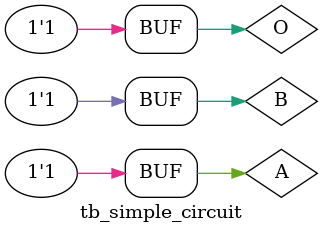
<source format=v>
module tb_simple_circuit;
  wire F;
  reg A, B, O;

  simple_circuit M1(A, B, O, F);

  initial begin
    A = 1'b0; B = 1'b0; O = 1'b0; #20;
    A = 1'b0; B = 1'b0; O = 1'b1; #20;
    A = 1'b0; B = 1'b1; O = 1'b0; #20;
    A = 1'b0; B = 1'b1; O = 1'b1; #20;
    A = 1'b1; B = 1'b0; O = 1'b0; #20;
    A = 1'b1; B = 1'b0; O = 1'b1; #20;
    A = 1'b1; B = 1'b1; O = 1'b0; #20;
    A = 1'b1; B = 1'b1; O = 1'b1; #20;
  end

  initial begin
    $monitor($time, " A=%b, B=%b, O=%b, F=%b ", A, B, O, F);
  end

  initial begin
    $dumpfile("tb_simple_circuit.vcd");
    $dumpvars(1, tb_simple_circuit); 
  end
endmodule





</source>
